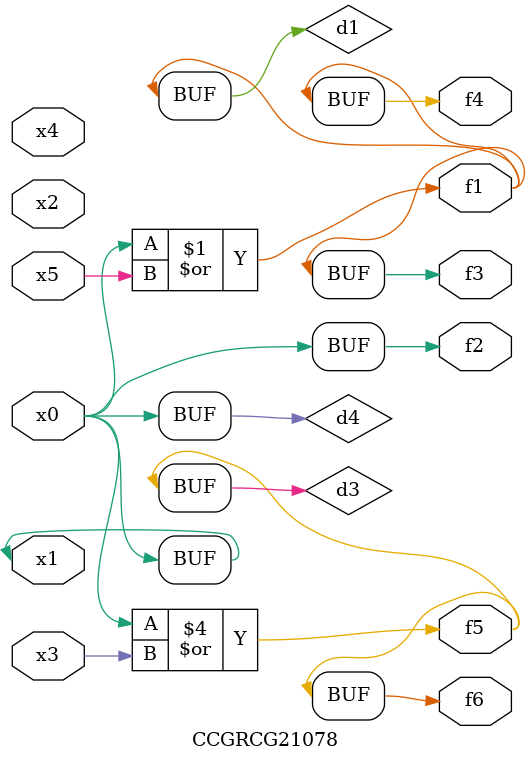
<source format=v>
module CCGRCG21078(
	input x0, x1, x2, x3, x4, x5,
	output f1, f2, f3, f4, f5, f6
);

	wire d1, d2, d3, d4;

	or (d1, x0, x5);
	xnor (d2, x1, x4);
	or (d3, x0, x3);
	buf (d4, x0, x1);
	assign f1 = d1;
	assign f2 = d4;
	assign f3 = d1;
	assign f4 = d1;
	assign f5 = d3;
	assign f6 = d3;
endmodule

</source>
